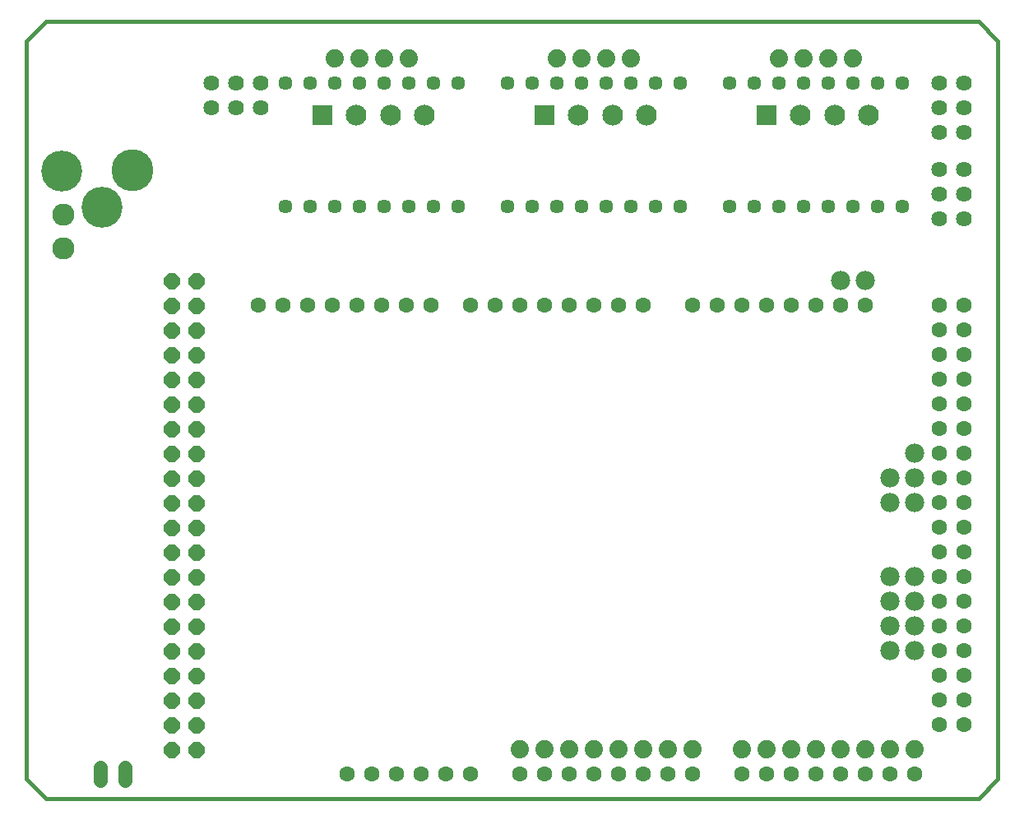
<source format=gbs>
G75*
%MOIN*%
%OFA0B0*%
%FSLAX25Y25*%
%IPPOS*%
%LPD*%
%AMOC8*
5,1,8,0,0,1.08239X$1,22.5*
%
%ADD10C,0.01600*%
%ADD11C,0.06306*%
%ADD12C,0.07400*%
%ADD13C,0.05715*%
%ADD14C,0.06400*%
%ADD15R,0.08400X0.08400*%
%ADD16C,0.08400*%
%ADD17C,0.09000*%
%ADD18OC8,0.06400*%
%ADD19C,0.05800*%
%ADD20C,0.07800*%
%ADD21C,0.16998*%
%ADD22C,0.16600*%
D10*
X0016500Y0009674D02*
X0024374Y0001800D01*
X0402327Y0001800D01*
X0410201Y0009674D01*
X0410201Y0308887D01*
X0402327Y0316761D01*
X0024374Y0316761D01*
X0016500Y0308887D01*
X0016500Y0308800D02*
X0016500Y0009800D01*
D11*
X0146500Y0011800D03*
X0156500Y0011800D03*
X0166500Y0011800D03*
X0176500Y0011800D03*
X0186500Y0011800D03*
X0196500Y0011800D03*
X0216500Y0011800D03*
X0226500Y0011800D03*
X0236500Y0011800D03*
X0246500Y0011800D03*
X0256500Y0011800D03*
X0266500Y0011800D03*
X0276500Y0011800D03*
X0286500Y0011800D03*
X0306500Y0011800D03*
X0316500Y0011800D03*
X0326500Y0011800D03*
X0336500Y0011800D03*
X0346500Y0011800D03*
X0356500Y0011800D03*
X0366500Y0011800D03*
X0376500Y0011800D03*
X0386500Y0031800D03*
X0396500Y0031800D03*
X0396500Y0041800D03*
X0386500Y0041800D03*
X0386500Y0051800D03*
X0396500Y0051800D03*
X0396500Y0061800D03*
X0386500Y0061800D03*
X0386500Y0071800D03*
X0396500Y0071800D03*
X0396500Y0081800D03*
X0386500Y0081800D03*
X0386500Y0091800D03*
X0396500Y0091800D03*
X0396500Y0101800D03*
X0386500Y0101800D03*
X0386500Y0111800D03*
X0396500Y0111800D03*
X0396500Y0121800D03*
X0386500Y0121800D03*
X0386500Y0131800D03*
X0396500Y0131800D03*
X0396500Y0141800D03*
X0386500Y0141800D03*
X0386500Y0151800D03*
X0396500Y0151800D03*
X0396500Y0161800D03*
X0386500Y0161800D03*
X0386500Y0171800D03*
X0396500Y0171800D03*
X0396500Y0181800D03*
X0386500Y0181800D03*
X0386500Y0191800D03*
X0396500Y0191800D03*
X0396500Y0201800D03*
X0386500Y0201800D03*
X0356500Y0201800D03*
X0346500Y0201800D03*
X0336500Y0201800D03*
X0326500Y0201800D03*
X0316500Y0201800D03*
X0306500Y0201800D03*
X0296500Y0201800D03*
X0286500Y0201800D03*
X0266500Y0201800D03*
X0256500Y0201800D03*
X0246500Y0201800D03*
X0236500Y0201800D03*
X0226500Y0201800D03*
X0216500Y0201800D03*
X0206500Y0201800D03*
X0196500Y0201800D03*
X0180500Y0201800D03*
X0170500Y0201800D03*
X0160500Y0201800D03*
X0150500Y0201800D03*
X0140500Y0201800D03*
X0130500Y0201800D03*
X0120500Y0201800D03*
X0110500Y0201800D03*
D12*
X0141500Y0301800D03*
X0151500Y0301800D03*
X0161500Y0301800D03*
X0171500Y0301800D03*
X0231500Y0301800D03*
X0241500Y0301800D03*
X0251500Y0301800D03*
X0261500Y0301800D03*
X0321500Y0301800D03*
X0331500Y0301800D03*
X0341500Y0301800D03*
X0351500Y0301800D03*
X0346500Y0021800D03*
X0336500Y0021800D03*
X0326500Y0021800D03*
X0316500Y0021800D03*
X0306500Y0021800D03*
X0286500Y0021800D03*
X0276500Y0021800D03*
X0266500Y0021800D03*
X0256500Y0021800D03*
X0246500Y0021800D03*
X0236500Y0021800D03*
X0226500Y0021800D03*
X0216500Y0021800D03*
X0356500Y0021800D03*
X0366500Y0021800D03*
X0376500Y0021800D03*
D13*
X0371500Y0241800D03*
X0361500Y0241800D03*
X0351500Y0241800D03*
X0341500Y0241800D03*
X0331500Y0241800D03*
X0321500Y0241800D03*
X0311500Y0241800D03*
X0301500Y0241800D03*
X0281500Y0241800D03*
X0271500Y0241800D03*
X0261500Y0241800D03*
X0251500Y0241800D03*
X0241500Y0241800D03*
X0231500Y0241800D03*
X0221500Y0241800D03*
X0211500Y0241800D03*
X0191500Y0241800D03*
X0181500Y0241800D03*
X0171500Y0241800D03*
X0161500Y0241800D03*
X0151500Y0241800D03*
X0141500Y0241800D03*
X0131500Y0241800D03*
X0121500Y0241800D03*
X0121500Y0291800D03*
X0131500Y0291800D03*
X0141500Y0291800D03*
X0151500Y0291800D03*
X0161500Y0291800D03*
X0171500Y0291800D03*
X0181500Y0291800D03*
X0191500Y0291800D03*
X0211500Y0291800D03*
X0221500Y0291800D03*
X0231500Y0291800D03*
X0241500Y0291800D03*
X0251500Y0291800D03*
X0261500Y0291800D03*
X0271500Y0291800D03*
X0281500Y0291800D03*
X0301500Y0291800D03*
X0311500Y0291800D03*
X0321500Y0291800D03*
X0331500Y0291800D03*
X0341500Y0291800D03*
X0351500Y0291800D03*
X0361500Y0291800D03*
X0371500Y0291800D03*
D14*
X0386500Y0291800D03*
X0396500Y0291800D03*
X0396500Y0281800D03*
X0386500Y0281800D03*
X0386500Y0271800D03*
X0396500Y0271800D03*
X0396500Y0256800D03*
X0386500Y0256800D03*
X0386500Y0246800D03*
X0396500Y0246800D03*
X0396500Y0236800D03*
X0386500Y0236800D03*
X0111500Y0281800D03*
X0101500Y0281800D03*
X0101500Y0291800D03*
X0111500Y0291800D03*
X0091500Y0291800D03*
X0091500Y0281800D03*
D15*
X0136500Y0278800D03*
X0226500Y0278800D03*
X0316500Y0278800D03*
D16*
X0330280Y0278800D03*
X0344059Y0278800D03*
X0357839Y0278800D03*
X0267839Y0278800D03*
X0254059Y0278800D03*
X0240280Y0278800D03*
X0177839Y0278800D03*
X0164059Y0278800D03*
X0150280Y0278800D03*
D17*
X0031500Y0238493D03*
X0031500Y0224713D03*
D18*
X0075358Y0211367D03*
X0085358Y0211367D03*
X0085358Y0201367D03*
X0075358Y0201367D03*
X0075358Y0191367D03*
X0085358Y0191367D03*
X0085358Y0181367D03*
X0075358Y0181367D03*
X0075358Y0171367D03*
X0085358Y0171367D03*
X0085358Y0161367D03*
X0075358Y0161367D03*
X0075358Y0151367D03*
X0085358Y0151367D03*
X0085358Y0141367D03*
X0075358Y0141367D03*
X0075358Y0131367D03*
X0085358Y0131367D03*
X0085358Y0121367D03*
X0075358Y0121367D03*
X0075358Y0111367D03*
X0085358Y0111367D03*
X0085358Y0101367D03*
X0075358Y0101367D03*
X0075358Y0091367D03*
X0085358Y0091367D03*
X0085358Y0081367D03*
X0075358Y0081367D03*
X0075358Y0071367D03*
X0085358Y0071367D03*
X0085358Y0061367D03*
X0075358Y0061367D03*
X0075358Y0051367D03*
X0085358Y0051367D03*
X0085358Y0041367D03*
X0075358Y0041367D03*
X0075358Y0031367D03*
X0085358Y0031367D03*
X0085358Y0021367D03*
X0075358Y0021367D03*
D19*
X0056500Y0014500D02*
X0056500Y0009100D01*
X0046500Y0009100D02*
X0046500Y0014500D01*
D20*
X0346500Y0211800D03*
X0356500Y0211800D03*
X0376500Y0141800D03*
X0376500Y0131800D03*
X0376500Y0121800D03*
X0366500Y0121800D03*
X0366500Y0131800D03*
X0366500Y0091800D03*
X0366500Y0081800D03*
X0376500Y0081800D03*
X0376500Y0091800D03*
X0376500Y0071800D03*
X0376500Y0061800D03*
X0366500Y0061800D03*
X0366500Y0071800D03*
D21*
X0059637Y0256300D03*
D22*
X0047126Y0241491D03*
X0030815Y0256200D03*
M02*

</source>
